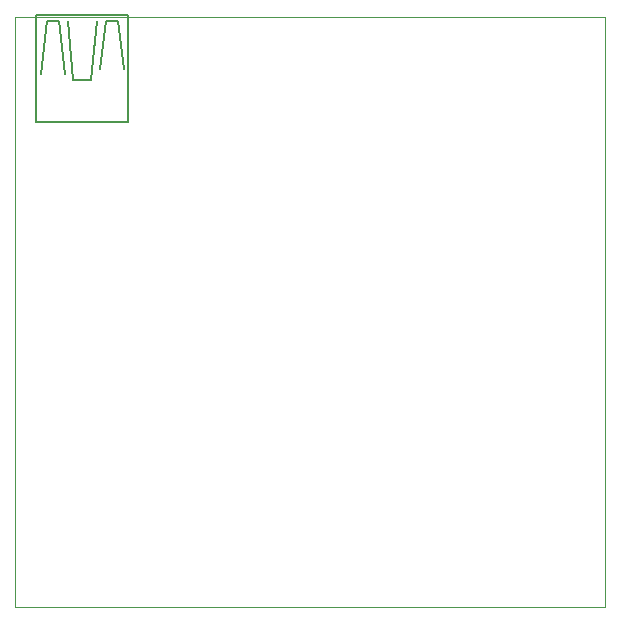
<source format=gbo>
G75*
%MOIN*%
%OFA0B0*%
%FSLAX25Y25*%
%IPPOS*%
%LPD*%
%AMOC8*
5,1,8,0,0,1.08239X$1,22.5*
%
%ADD10C,0.00000*%
%ADD11C,0.00500*%
D10*
X0005060Y0001800D02*
X0005060Y0198650D01*
X0201910Y0198650D01*
X0201910Y0001800D01*
X0005060Y0001800D01*
D11*
X0012206Y0163631D02*
X0012206Y0199064D01*
X0042914Y0199064D01*
X0042914Y0163631D01*
X0012206Y0163631D01*
X0024607Y0177410D02*
X0022639Y0197095D01*
X0019686Y0197095D02*
X0021654Y0179379D01*
X0024607Y0177410D02*
X0030513Y0177410D01*
X0032481Y0197095D01*
X0035434Y0197095D02*
X0033466Y0181347D01*
X0041340Y0181347D02*
X0039371Y0197095D01*
X0035434Y0197095D01*
X0019686Y0197095D02*
X0015749Y0197095D01*
X0013780Y0179379D01*
M02*

</source>
